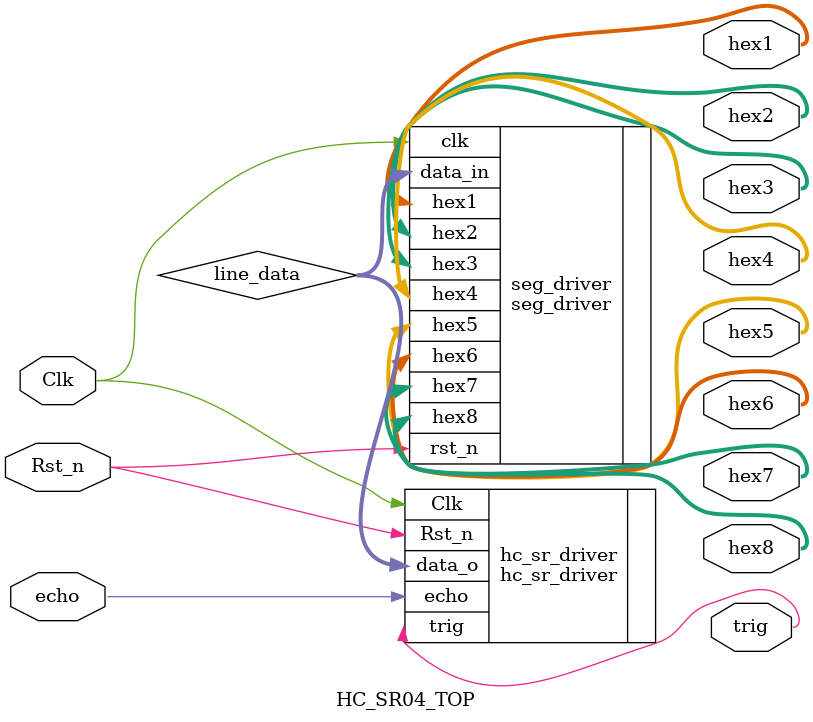
<source format=v>
/*================================================*\
		  Filename ﹕
			Author ﹕
	  Description  ﹕
		 Called by ﹕
Revision History   ﹕ mm/dd/202x
		  			  Revision 1.0
  			  Email﹕ 
			Company﹕ 
\*================================================*/
module 	HC_SR04_TOP(
	input  			Clk		, //system clock 50MHz
	input   		Rst_n	, //reset ，low valid
	
	input   		echo	, //
	output   		trig	, //触发测距信号
	
	output 	[6:0]	hex1	, // -共阳极，低电平有效
	output  [6:0]	hex2	, // -
    output  [6:0]	hex3	, // -
    output  [6:0]	hex4	, //连接符
    output  [6:0]	hex5	, //cm - 
    output  [6:0]	hex6	, //cm - 
    output  [6:0]	hex7	, //cm - 
    output  [6:0]	hex8	  //熄灭
);
//Interrnal wire/reg declarations
	wire	[18:00]		line_data; //
	
	
//Module instantiations ， self-build module
	hc_sr_driver	hc_sr_driver(
		/*input  wire		*/.Clk		(Clk	), //system clock 50MHz
		/*input  wire 		*/.Rst_n	(Rst_n	), //reset ，low valid

		/*input  wire 		*/.echo		(echo	), //
		/*output wire  		*/.trig		(trig	), //触发测距信号

		/*output reg [18:00]*/.data_o	(line_data)  //检测距离，保留3位小数，单位：cm
);

	seg_driver		seg_driver(  
		/*input	wire		*/.clk		(Clk	),  //50MHz
		/*input	wire		*/.rst_n	(Rst_n	),  //low valid
		
		/*input	wire [18:0]	*/.data_in	(line_data), //待显示数据
		
		/*output reg [6:0]	*/.hex1		(hex1	), // -共阳极，低电平有效
		/*output reg [6:0]	*/.hex2		(hex2	), // -
		/*output reg [6:0]	*/.hex3		(hex3	), // -
		/*output reg [6:0]	*/.hex4		(hex4	), //连接符
		/*output reg [6:0]	*/.hex5		(hex5	), //cm - 
		/*output reg [6:0]	*/.hex6		(hex6	), //cm - 
		/*output reg [6:0]	*/.hex7		(hex7	), //cm - 
		/*output reg [6:0]	*/.hex8		(hex8	)  //熄灭
	);	

//Logic Description
	

endmodule 

</source>
